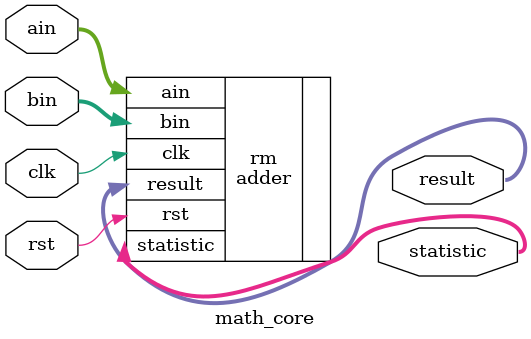
<source format=v>
/*******************************************************************

 Company: UNSW
 Original Author: Lingkan Gong
 Project Name: XPCIe

 Create Date:    15/07/2011
 Design Name:    math_core_adder

 *******************************************************************/

`timescale 1ns/1ps

module math_core
(
	input                     clk      ,
	input                     rst      ,
	input      [0:31]         ain      , // For Reconfigurable Modules, because RMs are 
	input      [0:31]         bin      , // synthesized separately, the IO should match with
	output     [0:31]         result   , // its instantiation in the upper-level 
	output     [0:31]         statistic  // So I must declare them as [0:31] 
);

	adder rm (
		.clk              (  clk              ),
		.rst              (  rst              ),
		.ain              (  ain              ),
		.bin              (  bin              ),
		.result           (  result           ),
		.statistic        (  statistic        )
	);

endmodule

</source>
